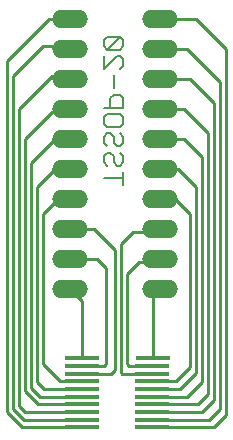
<source format=gbl>
G75*
G70*
%OFA0B0*%
%FSLAX24Y24*%
%IPPOS*%
%LPD*%
%AMOC8*
5,1,8,0,0,1.08239X$1,22.5*
%
%ADD10C,0.0060*%
%ADD11R,0.1181X0.0138*%
%ADD12O,0.1200X0.0600*%
%ADD13C,0.0100*%
D10*
X004416Y016093D02*
X004522Y015986D01*
X004522Y015773D01*
X004416Y015666D01*
X003989Y015666D01*
X004416Y016093D01*
X003989Y016093D01*
X003882Y015986D01*
X003882Y015773D01*
X003989Y015666D01*
X003882Y015449D02*
X003882Y015022D01*
X004309Y015449D01*
X004416Y015449D01*
X004522Y015342D01*
X004522Y015128D01*
X004416Y015022D01*
X004202Y014804D02*
X004202Y014377D01*
X004202Y014160D02*
X004095Y014053D01*
X004095Y013733D01*
X003989Y013515D02*
X004416Y013515D01*
X004522Y013408D01*
X004522Y013195D01*
X004416Y013088D01*
X003989Y013088D01*
X003882Y013195D01*
X003882Y013408D01*
X003989Y013515D01*
X003882Y013733D02*
X004522Y013733D01*
X004522Y014053D01*
X004416Y014160D01*
X004202Y014160D01*
X004095Y012870D02*
X003989Y012870D01*
X003882Y012764D01*
X003882Y012550D01*
X003989Y012443D01*
X003989Y012226D02*
X003882Y012119D01*
X003882Y011906D01*
X003989Y011799D01*
X004202Y011906D02*
X004202Y012119D01*
X004095Y012226D01*
X003989Y012226D01*
X004202Y011906D02*
X004309Y011799D01*
X004416Y011799D01*
X004522Y011906D01*
X004522Y012119D01*
X004416Y012226D01*
X004416Y012443D02*
X004309Y012443D01*
X004202Y012550D01*
X004202Y012764D01*
X004095Y012870D01*
X004416Y012870D02*
X004522Y012764D01*
X004522Y012550D01*
X004416Y012443D01*
X004522Y011581D02*
X004522Y011154D01*
X004522Y011368D02*
X003882Y011368D01*
D11*
X003157Y005372D03*
X003157Y005116D03*
X003157Y004860D03*
X003157Y004604D03*
X003157Y004348D03*
X003157Y004092D03*
X003157Y003836D03*
X003157Y003580D03*
X003157Y003324D03*
X003157Y003069D03*
X005500Y003069D03*
X005500Y003324D03*
X005500Y003580D03*
X005500Y003836D03*
X005500Y004092D03*
X005500Y004348D03*
X005500Y004604D03*
X005500Y004860D03*
X005500Y005116D03*
X005509Y005368D03*
D12*
X005752Y007681D03*
X005752Y008681D03*
X005752Y009681D03*
X005752Y010681D03*
X005752Y011681D03*
X005752Y012681D03*
X005752Y013681D03*
X005752Y014681D03*
X005752Y015681D03*
X005752Y016681D03*
X002752Y016681D03*
X002752Y015681D03*
X002752Y014681D03*
X002752Y013681D03*
X002752Y012681D03*
X002752Y011681D03*
X002752Y010681D03*
X002752Y009681D03*
X002752Y008681D03*
X002752Y007681D03*
D13*
X000652Y003581D02*
X001164Y003069D01*
X003157Y003069D01*
X003157Y003324D02*
X001208Y003324D01*
X000852Y003681D01*
X000852Y014781D01*
X001852Y015781D01*
X002652Y015781D01*
X002752Y015681D01*
X002652Y014781D02*
X002752Y014681D01*
X002652Y014781D02*
X002152Y014781D01*
X001052Y013681D01*
X001052Y003781D01*
X001252Y003580D01*
X003157Y003580D01*
X003157Y003836D02*
X001696Y003836D01*
X001252Y004281D01*
X001252Y012681D01*
X002152Y013581D01*
X002652Y013581D01*
X002752Y013681D01*
X002852Y013781D01*
X002752Y012781D02*
X002652Y012681D01*
X002252Y012681D01*
X001452Y011881D01*
X001452Y004381D01*
X001741Y004092D01*
X003157Y004092D01*
X003157Y004348D02*
X001885Y004348D01*
X001652Y004581D01*
X001652Y011081D01*
X002252Y011681D01*
X002752Y011681D01*
X002752Y010681D02*
X002352Y010681D01*
X001852Y010181D01*
X001852Y005181D01*
X002429Y004604D01*
X003157Y004604D01*
X003157Y004860D02*
X004131Y004860D01*
X004252Y004981D01*
X004252Y008981D01*
X003552Y009681D01*
X002752Y009681D01*
X002752Y008681D02*
X003652Y008681D01*
X003952Y008381D01*
X003952Y005181D01*
X003887Y005116D01*
X003157Y005116D01*
X003157Y005372D02*
X003157Y007276D01*
X002752Y007681D01*
X004452Y009181D02*
X004452Y004881D01*
X004473Y004860D01*
X005500Y004860D01*
X005500Y005116D02*
X004717Y005116D01*
X004652Y005181D01*
X004652Y008181D01*
X005052Y008581D01*
X005752Y008581D01*
X005752Y008681D01*
X005752Y009581D02*
X005852Y009681D01*
X005752Y009681D01*
X005752Y009581D02*
X004852Y009581D01*
X004452Y009181D01*
X005752Y007681D02*
X005509Y007438D01*
X005509Y005368D01*
X005500Y004604D02*
X006275Y004604D01*
X006752Y005081D01*
X006752Y010181D01*
X006252Y010681D01*
X005752Y010681D01*
X005752Y011681D02*
X005652Y011681D01*
X005752Y011681D02*
X006352Y011681D01*
X006952Y011081D01*
X006952Y004881D01*
X006419Y004348D01*
X005500Y004348D01*
X005500Y004092D02*
X006663Y004092D01*
X007152Y004581D01*
X007152Y012081D01*
X006552Y012681D01*
X005752Y012681D01*
X005752Y013681D02*
X006552Y013681D01*
X007352Y012881D01*
X007352Y004181D01*
X007007Y003836D01*
X005500Y003836D01*
X005500Y003580D02*
X007152Y003580D01*
X007552Y003981D01*
X007552Y013881D01*
X006752Y014681D01*
X005752Y014681D01*
X005752Y015581D02*
X005852Y015681D01*
X006652Y015681D01*
X007752Y014581D01*
X007752Y003681D01*
X007396Y003324D01*
X005500Y003324D01*
X005500Y003069D02*
X007540Y003069D01*
X007952Y003481D01*
X007952Y015681D01*
X006952Y016681D01*
X005752Y016681D01*
X005752Y015681D02*
X005752Y015581D01*
X002752Y016681D02*
X002052Y016681D01*
X000652Y015281D01*
X000652Y003581D01*
X002752Y012681D02*
X002752Y012781D01*
M02*

</source>
